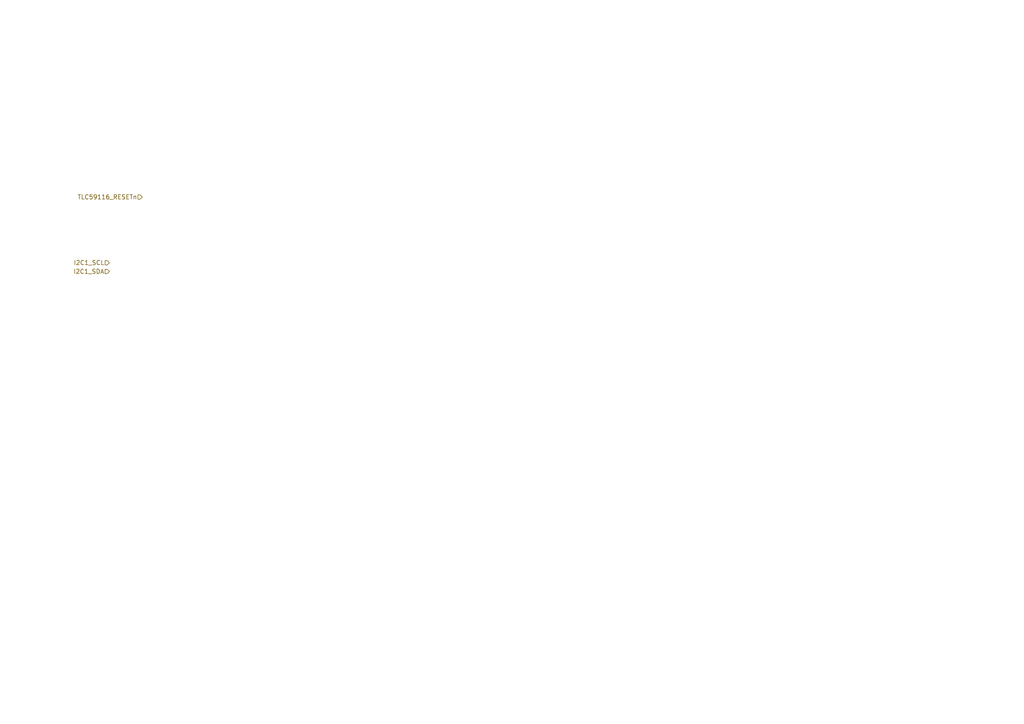
<source format=kicad_sch>
(kicad_sch (version 20230121) (generator eeschema)
  (paper "A4")
  (lib_symbols)
  (hierarchical_label "I2C1_SDA" (shape input) (at 31.75 78.74 180))
  (hierarchical_label "TLC59116_RESETn" (shape input) (at 41.275 57.15 180))
  (hierarchical_label "I2C1_SCL" (shape input) (at 31.75 76.2 180))
)
</source>
